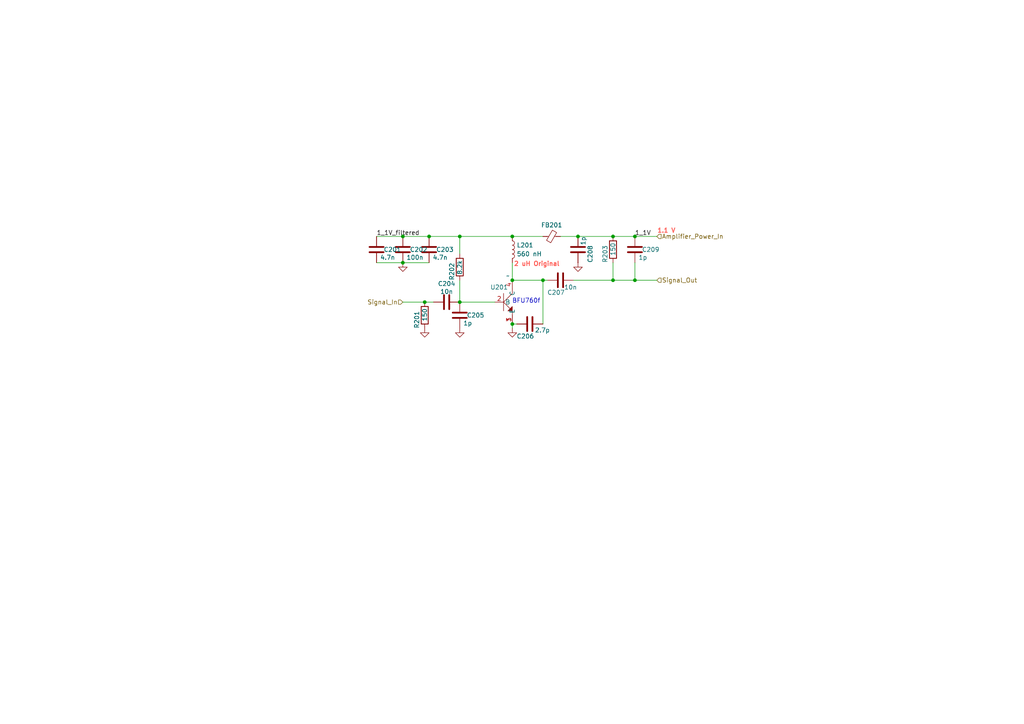
<source format=kicad_sch>
(kicad_sch (version 20250114) (generator "eeschema") (generator_version "9.0")
  (paper "A4")
  (title_block (title "FARICH Custom Amplifier"))
  (lib_symbols
    (symbol "Device:C" (pin_numbers (hide yes)) (pin_names (offset 0.254))
      (property "Reference" "C" (at 0.635 2.54 0))
      (property "Value" "C" (at 0.635 -2.54 0))
      (symbol "C_0_1"
        (polyline (pts (xy -2.032 0.762) (xy 2.032 0.762)) (stroke (width 0.508)))
        (polyline (pts (xy -2.032 -0.762) (xy 2.032 -0.762)) (stroke (width 0.508)))
      )
      (symbol "C_1_1"
        (pin passive line (at 0 3.81 270) (length 2.794) (name "~") (number "1"))
        (pin passive line (at 0 -3.81 90) (length 2.794) (name "~") (number "2"))
      )
    )
    (symbol "Device:FerriteBead_Small" (pin_numbers (hide yes)) (pin_names (offset 0))
      (property "Reference" "FB" (at 1.905 1.27 0))
      (property "Value" "FerriteBead_Small" (at 1.905 -1.27 0))
      (symbol "FerriteBead_Small_0_1"
        (polyline (pts (xy -1.8288 0.2794) (xy -1.1176 1.4986) (xy 1.8288 -0.2032) (xy 1.1176 -1.4224) (xy -1.8288 0.2794)))
        (polyline (pts (xy 0 0.889) (xy 0 1.2954)))
        (polyline (pts (xy 0 -1.27) (xy 0 -0.7874)))
      )
      (symbol "FerriteBead_Small_1_1"
        (pin passive line (at 0 2.54 270) (length 1.27) (name "~") (number "1"))
        (pin passive line (at 0 -2.54 90) (length 1.27) (name "~") (number "2"))
      )
    )
    (symbol "Device:L" (pin_numbers (hide yes)) (pin_names (offset 1.016) (hide yes))
      (property "Reference" "L" (at -1.27 0 90))
      (property "Value" "L" (at 1.905 0 90))
      (symbol "L_0_1"
        (arc (start 0 2.54) (mid 0.6323 1.905) (end 0 1.27))
        (arc (start 0 1.27) (mid 0.6323 0.635) (end 0 0))
        (arc (start 0 0) (mid 0.6323 -0.635) (end 0 -1.27))
        (arc (start 0 -1.27) (mid 0.6323 -1.905) (end 0 -2.54))
      )
      (symbol "L_1_1"
        (pin passive line (at 0 3.81 270) (length 1.27) (name "1") (number "1"))
        (pin passive line (at 0 -3.81 90) (length 1.27) (name "2") (number "2"))
      )
    )
    (symbol "Device:R" (pin_numbers (hide yes)) (pin_names (offset 0))
      (property "Reference" "R" (at 2.032 0 90))
      (property "Value" "R" (at 0 0 90))
      (symbol "R_0_1"
        (rectangle (start -1.016 -2.54) (end 1.016 2.54) (stroke (width 0.254)))
      )
      (symbol "R_1_1"
        (pin passive line (at 0 3.81 270) (length 1.27) (name "~") (number "1"))
        (pin passive line (at 0 -3.81 90) (length 1.27) (name "~") (number "2"))
      )
    )
    (symbol "FARICH_Amplifier_Library:BFU760F,115"
      (property "Reference" "U1" (at -1.27 4.318 0))
      (property "Value" "~" (at 1.27 7.62 0))
      (symbol "BFU760F,115_0_1"
        (polyline (pts (xy 0 2.54) (xy 0 -2.54)))
        (polyline (pts (xy 0 0) (xy 2.54 2.54) (xy 2.54 3.81)))
        (polyline (pts (xy 0 0) (xy 2.54 -2.54) (xy 2.54 -3.81)))
      )
      (symbol "BFU760F,115_1_1"
        (polyline (pts (xy 2.54 -2.54) (xy 2.54 -1.27) (xy 1.27 -2.54) (xy 2.54 -2.54)) (fill (type outline)))
        (pin input line (at -2.54 0 0) (length 2.54) (name "B") (number "2"))
        (pin input line (at 2.54 6.35 270) (length 2.54) (name "C") (number "4"))
        (pin input line (at 2.54 -6.35 90) (length 2.54) (name "E") (number "1"))
        (pin input line (at 2.54 -6.35 90) (length 2.54) (name "E") (number "3"))
      )
    )
    (symbol "power:GND" (power) (pin_numbers (hide yes)) (pin_names (offset 0) (hide yes))
      (property "Value" "GND" (at 0 -3.81 0))
      (symbol "GND_0_1"
        (polyline (pts (xy 0 0) (xy 0 -1.27) (xy 1.27 -1.27) (xy 0 -2.54) (xy -1.27 -1.27) (xy 0 -1.27)))
      )
      (symbol "GND_1_1"
        (pin power_in line (at 0 0 270) (length 0) (name "~") (number "1"))
      )
    )
  )
  (text "BFU760f" (at 152.654 87.376 0) (effects (font (size 1.27 1.27))))
  (text "2 uH Original" (at 155.702 76.708 0) (effects (font (size 1.27 1.27) (thickness 0.254) (bold yes))))
  (text "1.1 V" (at 193.294 67.056 0) (effects (font (size 1.27 1.27) (thickness 0.254) (bold yes))))
  (junction (at 133.35 87.63))
  (junction (at 116.84 76.2))
  (junction (at 116.84 68.58))
  (junction (at 177.8 81.28))
  (junction (at 157.48 81.28))
  (junction (at 184.15 81.28))
  (junction (at 123.19 87.63))
  (junction (at 124.46 68.58))
  (junction (at 184.15 68.58))
  (junction (at 177.8 68.58))
  (junction (at 148.59 81.28))
  (junction (at 167.64 68.58))
  (junction (at 133.35 68.58))
  (junction (at 148.59 93.98))
  (junction (at 148.59 68.58))
  (wire (pts (xy 109.22 76.2) (xy 116.84 76.2)))
  (wire (pts (xy 133.35 73.66) (xy 133.35 68.58)))
  (wire (pts (xy 162.56 68.58) (xy 167.64 68.58)))
  (wire (pts (xy 123.19 87.63) (xy 125.73 87.63)))
  (wire (pts (xy 166.37 81.28) (xy 177.8 81.28)))
  (wire (pts (xy 157.48 81.28) (xy 148.59 81.28)))
  (wire (pts (xy 148.59 76.2) (xy 148.59 81.28)))
  (wire (pts (xy 167.64 68.58) (xy 177.8 68.58)))
  (wire (pts (xy 148.59 95.25) (xy 148.59 93.98)))
  (wire (pts (xy 133.35 68.58) (xy 148.59 68.58)))
  (wire (pts (xy 124.46 68.58) (xy 133.35 68.58)))
  (wire (pts (xy 133.35 81.28) (xy 133.35 87.63)))
  (wire (pts (xy 184.15 81.28) (xy 184.15 76.2)))
  (wire (pts (xy 177.8 81.28) (xy 184.15 81.28)))
  (wire (pts (xy 177.8 76.2) (xy 177.8 81.28)))
  (wire (pts (xy 184.15 81.28) (xy 190.5 81.28)))
  (wire (pts (xy 116.84 68.58) (xy 124.46 68.58)))
  (wire (pts (xy 184.15 68.58) (xy 190.5 68.58)))
  (wire (pts (xy 116.84 87.63) (xy 123.19 87.63)))
  (wire (pts (xy 177.8 68.58) (xy 184.15 68.58)))
  (wire (pts (xy 109.22 68.58) (xy 116.84 68.58)))
  (wire (pts (xy 116.84 76.2) (xy 124.46 76.2)))
  (wire (pts (xy 148.59 93.98) (xy 149.86 93.98)))
  (wire (pts (xy 133.35 87.63) (xy 143.51 87.63)))
  (wire (pts (xy 148.59 68.58) (xy 157.48 68.58)))
  (wire (pts (xy 157.48 81.28) (xy 158.75 81.28)))
  (wire (pts (xy 157.48 93.98) (xy 157.48 81.28)))
  (label "1_1V_filtered" (at 109.22 68.58 0))
  (label "1_1V" (at 184.15 68.58 0))
  (hierarchical_label "Amplifier_Power_In" (shape input) (at 190.5 68.58 0))
  (hierarchical_label "Signal_Out" (shape input) (at 190.5 81.28 0))
  (hierarchical_label "Signal_In" (shape input) (at 116.84 87.63 180))
  (symbol (lib_id "Device:C") (at 167.64 72.39 0) (unit 1)
    (property "Reference" "C208" (at 171.196 71.12 90) (effects (justify right)))
    (property "Value" "1p" (at 169.164 68.58 90) (effects (justify right)))
    (property "Footprint" "Capacitor_SMD:C_0201_0603Metric" (effects (hide yes)))
    (property "Description" "Unpolarized capacitor" (effects (hide yes)))
    (instances (project "FARICH_Amplifier_v0" (path "" (reference "C208") (unit 1)) (path "" (reference "C217") (unit 1))))
  )
  (symbol (lib_id "power:GND") (at 123.19 95.25 0) (unit 1)
    (property "Reference" "#PWR0202" (effects (hide yes)))
    (property "Value" "GND" (effects (hide yes)))
    (property "Description" "Power symbol creates a global label with name \"GND\" , ground" (effects (hide yes)))
    (instances (project "FARICH_Amplifier_v0" (path "" (reference "#PWR0202") (unit 1)) (path "" (reference "#PWR0207") (unit 1))))
  )
  (symbol (lib_id "Device:C") (at 184.15 72.39 180) (unit 1)
    (property "Reference" "C209" (at 186.182 72.39 0) (effects (justify right)))
    (property "Value" "1p" (at 185.166 74.676 0) (effects (justify right)))
    (property "Footprint" "Capacitor_SMD:C_0201_0603Metric" (effects (hide yes)))
    (property "Description" "Unpolarized capacitor" (effects (hide yes)))
    (instances (project "FARICH_Amplifier_v0" (path "" (reference "C209") (unit 1)) (path "" (reference "C218") (unit 1))))
  )
  (symbol (lib_id "FARICH_Amplifier_Library:BFU760F,115") (at 146.05 87.63 0) (unit 1)
    (property "Reference" "U201" (at 144.78 83.312 0))
    (property "Value" "~" (at 147.32 80.01 0))
    (property "Footprint" "FARICH_Amplifier_Library:SOT343F_NXP" (effects (hide yes)))
    (instances (project "FARICH_Amplifier_v0" (path "" (reference "U201") (unit 1)) (path "" (reference "U202") (unit 1))))
  )
  (symbol (lib_id "power:GND") (at 148.59 95.25 0) (unit 1)
    (property "Reference" "#PWR0204" (effects (hide yes)))
    (property "Value" "GND" (effects (hide yes)))
    (property "Description" "Power symbol creates a global label with name \"GND\" , ground" (effects (hide yes)))
    (instances (project "FARICH_Amplifier_v0" (path "" (reference "#PWR0204") (unit 1)) (path "" (reference "#PWR0209") (unit 1))))
  )
  (symbol (lib_id "Device:C") (at 109.22 72.39 180) (unit 1)
    (property "Reference" "C201" (at 111.252 72.39 0) (effects (justify right)))
    (property "Value" "4.7n" (at 110.236 74.676 0) (effects (justify right)))
    (property "Footprint" "Capacitor_SMD:C_0201_0603Metric" (effects (hide yes)))
    (property "Description" "Unpolarized capacitor" (effects (hide yes)))
    (instances (project "FARICH_Amplifier_v0" (path "" (reference "C201") (unit 1)) (path "" (reference "C210") (unit 1))))
  )
  (symbol (lib_id "Device:C") (at 153.67 93.98 270) (unit 1)
    (property "Reference" "C206" (at 154.94 97.536 90) (effects (justify right)))
    (property "Value" "2.7p" (at 159.512 95.758 90) (effects (justify right)))
    (property "Footprint" "Capacitor_SMD:C_0201_0603Metric" (effects (hide yes)))
    (property "Description" "Unpolarized capacitor" (effects (hide yes)))
    (instances (project "FARICH_Amplifier_v0" (path "" (reference "C206") (unit 1)) (path "" (reference "C215") (unit 1))))
  )
  (symbol (lib_id "Device:C") (at 133.35 91.44 180) (unit 1)
    (property "Reference" "C205" (at 135.382 91.44 0) (effects (justify right)))
    (property "Value" "1p" (at 134.366 93.726 0) (effects (justify right)))
    (property "Footprint" "Capacitor_SMD:C_0201_0603Metric" (effects (hide yes)))
    (property "Description" "Unpolarized capacitor" (effects (hide yes)))
    (instances (project "FARICH_Amplifier_v0" (path "" (reference "C205") (unit 1)) (path "" (reference "C214") (unit 1))))
  )
  (symbol (lib_id "Device:C") (at 124.46 72.39 180) (unit 1)
    (property "Reference" "C203" (at 126.492 72.39 0) (effects (justify right)))
    (property "Value" "4.7n" (at 125.476 74.676 0) (effects (justify right)))
    (property "Footprint" "Capacitor_SMD:C_0201_0603Metric" (effects (hide yes)))
    (property "Description" "Unpolarized capacitor" (effects (hide yes)))
    (instances (project "FARICH_Amplifier_v0" (path "" (reference "C203") (unit 1)) (path "" (reference "C212") (unit 1))))
  )
  (symbol (lib_id "Device:R") (at 177.8 72.39 180) (unit 1)
    (property "Reference" "R203" (at 175.514 71.12 90) (effects (justify left)))
    (property "Value" "150" (at 177.8 70.358 90) (effects (justify left)))
    (property "Footprint" "Resistor_SMD:R_0201_0603Metric" (effects (hide yes)))
    (property "Description" "Resistor" (effects (hide yes)))
    (instances (project "FARICH_Amplifier_v0" (path "" (reference "R203") (unit 1)) (path "" (reference "R206") (unit 1))))
  )
  (symbol (lib_id "Device:C") (at 116.84 72.39 180) (unit 1)
    (property "Reference" "C202" (at 118.872 72.39 0) (effects (justify right)))
    (property "Value" "100n" (at 117.856 74.676 0) (effects (justify right)))
    (property "Footprint" "Capacitor_SMD:C_0201_0603Metric" (effects (hide yes)))
    (property "Description" "Unpolarized capacitor" (effects (hide yes)))
    (instances (project "FARICH_Amplifier_v0" (path "" (reference "C202") (unit 1)) (path "" (reference "C211") (unit 1))))
  )
  (symbol (lib_id "power:GND") (at 167.64 76.2 0) (unit 1)
    (property "Reference" "#PWR0205" (effects (hide yes)))
    (property "Value" "GND" (effects (hide yes)))
    (property "Description" "Power symbol creates a global label with name \"GND\" , ground" (effects (hide yes)))
    (instances (project "FARICH_Amplifier_v0" (path "" (reference "#PWR0205") (unit 1)) (path "" (reference "#PWR0210") (unit 1))))
  )
  (symbol (lib_id "Device:R") (at 123.19 91.44 180) (unit 1)
    (property "Reference" "R201" (at 120.904 90.17 90) (effects (justify left)))
    (property "Value" "150" (at 123.19 89.408 90) (effects (justify left)))
    (property "Footprint" "Resistor_SMD:R_0201_0603Metric" (effects (hide yes)))
    (property "Description" "Resistor" (effects (hide yes)))
    (instances (project "FARICH_Amplifier_v0" (path "" (reference "R201") (unit 1)) (path "" (reference "R204") (unit 1))))
  )
  (symbol (lib_id "Device:FerriteBead_Small") (at 160.02 68.58 90) (unit 1)
    (property "Reference" "FB201" (at 160.02 65.278 90))
    (property "Value" "FerriteBead_Small" (effects (hide yes)))
    (property "Footprint" "Inductor_SMD:L_0201_0603Metric" (effects (hide yes)))
    (property "Description" "Ferrite bead, small symbol" (effects (hide yes)))
    (instances (project "FARICH_Amplifier_v0" (path "" (reference "FB201") (unit 1)) (path "" (reference "FB202") (unit 1))))
  )
  (symbol (lib_id "Device:C") (at 162.56 81.28 270) (unit 1)
    (property "Reference" "C207" (at 163.83 84.836 90) (effects (justify right)))
    (property "Value" "10n" (at 167.386 83.312 90) (effects (justify right)))
    (property "Footprint" "Capacitor_SMD:C_0201_0603Metric" (effects (hide yes)))
    (property "Description" "Unpolarized capacitor" (effects (hide yes)))
    (instances (project "FARICH_Amplifier_v0" (path "" (reference "C207") (unit 1)) (path "" (reference "C216") (unit 1))))
  )
  (symbol (lib_id "Device:C") (at 129.54 87.63 90) (unit 1)
    (property "Reference" "C204" (at 129.54 82.296 90))
    (property "Value" "10n" (at 129.54 84.582 90))
    (property "Footprint" "Capacitor_SMD:C_0201_0603Metric" (effects (hide yes)))
    (property "Description" "Unpolarized capacitor" (effects (hide yes)))
    (instances (project "FARICH_Amplifier_v0" (path "" (reference "C204") (unit 1)) (path "" (reference "C213") (unit 1))))
  )
  (symbol (lib_id "Device:L") (at 148.59 72.39 0) (unit 1)
    (property "Reference" "L201" (at 149.86 71.1199 0) (effects (justify left)))
    (property "Value" "560 nH" (at 149.86 73.6599 0) (effects (justify left)))
    (property "Footprint" "Inductor_SMD:L_0402_1005Metric" (effects (hide yes)))
    (property "Description" "Inductor" (effects (hide yes)))
    (instances (project "FARICH_Amplifier_v0" (path "" (reference "L201") (unit 1)) (path "" (reference "L202") (unit 1))))
  )
  (symbol (lib_id "Device:R") (at 133.35 77.47 180) (unit 1)
    (property "Reference" "R202" (at 131.064 76.2 90) (effects (justify left)))
    (property "Value" "8.2k" (at 133.35 75.438 90) (effects (justify left)))
    (property "Footprint" "Resistor_SMD:R_0201_0603Metric" (effects (hide yes)))
    (property "Description" "Resistor" (effects (hide yes)))
    (instances (project "FARICH_Amplifier_v0" (path "" (reference "R202") (unit 1)) (path "" (reference "R205") (unit 1))))
  )
  (symbol (lib_id "power:GND") (at 133.35 95.25 0) (unit 1)
    (property "Reference" "#PWR0203" (effects (hide yes)))
    (property "Value" "GND" (effects (hide yes)))
    (property "Description" "Power symbol creates a global label with name \"GND\" , ground" (effects (hide yes)))
    (instances (project "FARICH_Amplifier_v0" (path "" (reference "#PWR0203") (unit 1)) (path "" (reference "#PWR0208") (unit 1))))
  )
  (symbol (lib_id "power:GND") (at 116.84 76.2 0) (unit 1)
    (property "Reference" "#PWR0201" (effects (hide yes)))
    (property "Value" "GND" (effects (hide yes)))
    (property "Description" "Power symbol creates a global label with name \"GND\" , ground" (effects (hide yes)))
    (instances (project "FARICH_Amplifier_v0" (path "" (reference "#PWR0201") (unit 1)) (path "" (reference "#PWR0206") (unit 1))))
  )
)
</source>
